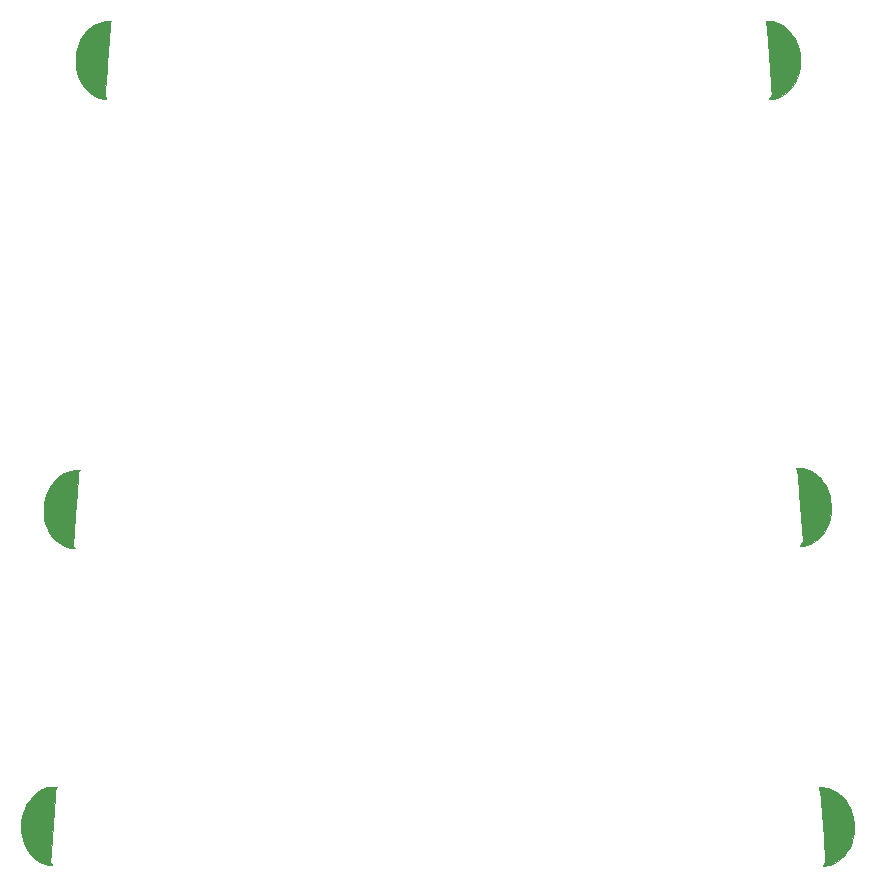
<source format=gbr>
%TF.GenerationSoftware,KiCad,Pcbnew,(5.1.10)-1*%
%TF.CreationDate,2021-12-01T22:35:20+02:00*%
%TF.ProjectId,gaisa-sargs-rear-2,67616973-612d-4736-9172-67732d726561,rev?*%
%TF.SameCoordinates,Original*%
%TF.FileFunction,Soldermask,Bot*%
%TF.FilePolarity,Negative*%
%FSLAX46Y46*%
G04 Gerber Fmt 4.6, Leading zero omitted, Abs format (unit mm)*
G04 Created by KiCad (PCBNEW (5.1.10)-1) date 2021-12-01 22:35:20*
%MOMM*%
%LPD*%
G01*
G04 APERTURE LIST*
%ADD10C,0.010000*%
G04 APERTURE END LIST*
D10*
%TO.C,Ref\u002A\u002A*%
G36*
X177475958Y-120382079D02*
G01*
X177768103Y-120412792D01*
X178044831Y-120477741D01*
X178311077Y-120578836D01*
X178571776Y-120717988D01*
X178831863Y-120897106D01*
X178857083Y-120916553D01*
X179114518Y-121143101D01*
X179348643Y-121402625D01*
X179557065Y-121691296D01*
X179737389Y-122005285D01*
X179887224Y-122340763D01*
X180004176Y-122693901D01*
X180030243Y-122793555D01*
X180072499Y-122978750D01*
X180102778Y-123148375D01*
X180122666Y-123316327D01*
X180133748Y-123496503D01*
X180137611Y-123702802D01*
X180137666Y-123734925D01*
X180119431Y-124132975D01*
X180065453Y-124518628D01*
X179976820Y-124889026D01*
X179854621Y-125241310D01*
X179699947Y-125572623D01*
X179513885Y-125880107D01*
X179297526Y-126160904D01*
X179154579Y-126314426D01*
X178915398Y-126529764D01*
X178668340Y-126704348D01*
X178410782Y-126839431D01*
X178140098Y-126936266D01*
X177853666Y-126996104D01*
X177689727Y-127013607D01*
X177488981Y-127028342D01*
X177595161Y-126888059D01*
X177647839Y-126813131D01*
X177691311Y-126741578D01*
X177717619Y-126686728D01*
X177720191Y-126678679D01*
X177721879Y-126650296D01*
X177720661Y-126587598D01*
X177716492Y-126489900D01*
X177709327Y-126356518D01*
X177699120Y-126186768D01*
X177685826Y-125979966D01*
X177669400Y-125735427D01*
X177649794Y-125452468D01*
X177626965Y-125130404D01*
X177600867Y-124768551D01*
X177571453Y-124366224D01*
X177538679Y-123922740D01*
X177520470Y-123678000D01*
X177489636Y-123264915D01*
X177461708Y-122891958D01*
X177436502Y-122557036D01*
X177413839Y-122258055D01*
X177393535Y-121992923D01*
X177375409Y-121759545D01*
X177359279Y-121555830D01*
X177344964Y-121379683D01*
X177332282Y-121229013D01*
X177321051Y-121101725D01*
X177311090Y-120995727D01*
X177302217Y-120908926D01*
X177294250Y-120839228D01*
X177287007Y-120784541D01*
X177280306Y-120742770D01*
X177273967Y-120711824D01*
X177267807Y-120689610D01*
X177261644Y-120674033D01*
X177259282Y-120669451D01*
X177224425Y-120568020D01*
X177216666Y-120481163D01*
X177216666Y-120369841D01*
X177475958Y-120382079D01*
G37*
X177475958Y-120382079D02*
X177768103Y-120412792D01*
X178044831Y-120477741D01*
X178311077Y-120578836D01*
X178571776Y-120717988D01*
X178831863Y-120897106D01*
X178857083Y-120916553D01*
X179114518Y-121143101D01*
X179348643Y-121402625D01*
X179557065Y-121691296D01*
X179737389Y-122005285D01*
X179887224Y-122340763D01*
X180004176Y-122693901D01*
X180030243Y-122793555D01*
X180072499Y-122978750D01*
X180102778Y-123148375D01*
X180122666Y-123316327D01*
X180133748Y-123496503D01*
X180137611Y-123702802D01*
X180137666Y-123734925D01*
X180119431Y-124132975D01*
X180065453Y-124518628D01*
X179976820Y-124889026D01*
X179854621Y-125241310D01*
X179699947Y-125572623D01*
X179513885Y-125880107D01*
X179297526Y-126160904D01*
X179154579Y-126314426D01*
X178915398Y-126529764D01*
X178668340Y-126704348D01*
X178410782Y-126839431D01*
X178140098Y-126936266D01*
X177853666Y-126996104D01*
X177689727Y-127013607D01*
X177488981Y-127028342D01*
X177595161Y-126888059D01*
X177647839Y-126813131D01*
X177691311Y-126741578D01*
X177717619Y-126686728D01*
X177720191Y-126678679D01*
X177721879Y-126650296D01*
X177720661Y-126587598D01*
X177716492Y-126489900D01*
X177709327Y-126356518D01*
X177699120Y-126186768D01*
X177685826Y-125979966D01*
X177669400Y-125735427D01*
X177649794Y-125452468D01*
X177626965Y-125130404D01*
X177600867Y-124768551D01*
X177571453Y-124366224D01*
X177538679Y-123922740D01*
X177520470Y-123678000D01*
X177489636Y-123264915D01*
X177461708Y-122891958D01*
X177436502Y-122557036D01*
X177413839Y-122258055D01*
X177393535Y-121992923D01*
X177375409Y-121759545D01*
X177359279Y-121555830D01*
X177344964Y-121379683D01*
X177332282Y-121229013D01*
X177321051Y-121101725D01*
X177311090Y-120995727D01*
X177302217Y-120908926D01*
X177294250Y-120839228D01*
X177287007Y-120784541D01*
X177280306Y-120742770D01*
X177273967Y-120711824D01*
X177267807Y-120689610D01*
X177261644Y-120674033D01*
X177259282Y-120669451D01*
X177224425Y-120568020D01*
X177216666Y-120481163D01*
X177216666Y-120369841D01*
X177475958Y-120382079D01*
G36*
X112552533Y-120317808D02*
G01*
X112633665Y-120330612D01*
X112683081Y-120344505D01*
X112619166Y-120424932D01*
X112567190Y-120512529D01*
X112543533Y-120615304D01*
X112539131Y-120663262D01*
X112532017Y-120749366D01*
X112522407Y-120870630D01*
X112510520Y-121024065D01*
X112496573Y-121206687D01*
X112480783Y-121415508D01*
X112463369Y-121647542D01*
X112444549Y-121899803D01*
X112424539Y-122169303D01*
X112403558Y-122453057D01*
X112381822Y-122748078D01*
X112359551Y-123051379D01*
X112336961Y-123359974D01*
X112314271Y-123670876D01*
X112291697Y-123981099D01*
X112269458Y-124287656D01*
X112247771Y-124587561D01*
X112226853Y-124877827D01*
X112206924Y-125155468D01*
X112188199Y-125417498D01*
X112170898Y-125660928D01*
X112155237Y-125882774D01*
X112141434Y-126080049D01*
X112129707Y-126249766D01*
X112120274Y-126388938D01*
X112113352Y-126494579D01*
X112109159Y-126563703D01*
X112107898Y-126592330D01*
X112114917Y-126708992D01*
X112138500Y-126797771D01*
X112182755Y-126871241D01*
X112208556Y-126900625D01*
X112264086Y-126958833D01*
X112159585Y-126956252D01*
X112076360Y-126951407D01*
X111979864Y-126941909D01*
X111929877Y-126935409D01*
X111676753Y-126880774D01*
X111419386Y-126792348D01*
X111170058Y-126675314D01*
X110941048Y-126534856D01*
X110885813Y-126494736D01*
X110630556Y-126276308D01*
X110400344Y-126026091D01*
X110196651Y-125747457D01*
X110020950Y-125443780D01*
X109874715Y-125118435D01*
X109759419Y-124774794D01*
X109676535Y-124416232D01*
X109627537Y-124046121D01*
X109613898Y-123667835D01*
X109615702Y-123586495D01*
X109644503Y-123233992D01*
X109706453Y-122887869D01*
X109799436Y-122551158D01*
X109921335Y-122226894D01*
X110070030Y-121918109D01*
X110243406Y-121627837D01*
X110439343Y-121359110D01*
X110655725Y-121114961D01*
X110890434Y-120898424D01*
X111141353Y-120712532D01*
X111406363Y-120560318D01*
X111683348Y-120444814D01*
X111842152Y-120397489D01*
X111991554Y-120364428D01*
X112146660Y-120339138D01*
X112298102Y-120322411D01*
X112436516Y-120315037D01*
X112552533Y-120317808D01*
G37*
X112552533Y-120317808D02*
X112633665Y-120330612D01*
X112683081Y-120344505D01*
X112619166Y-120424932D01*
X112567190Y-120512529D01*
X112543533Y-120615304D01*
X112539131Y-120663262D01*
X112532017Y-120749366D01*
X112522407Y-120870630D01*
X112510520Y-121024065D01*
X112496573Y-121206687D01*
X112480783Y-121415508D01*
X112463369Y-121647542D01*
X112444549Y-121899803D01*
X112424539Y-122169303D01*
X112403558Y-122453057D01*
X112381822Y-122748078D01*
X112359551Y-123051379D01*
X112336961Y-123359974D01*
X112314271Y-123670876D01*
X112291697Y-123981099D01*
X112269458Y-124287656D01*
X112247771Y-124587561D01*
X112226853Y-124877827D01*
X112206924Y-125155468D01*
X112188199Y-125417498D01*
X112170898Y-125660928D01*
X112155237Y-125882774D01*
X112141434Y-126080049D01*
X112129707Y-126249766D01*
X112120274Y-126388938D01*
X112113352Y-126494579D01*
X112109159Y-126563703D01*
X112107898Y-126592330D01*
X112114917Y-126708992D01*
X112138500Y-126797771D01*
X112182755Y-126871241D01*
X112208556Y-126900625D01*
X112264086Y-126958833D01*
X112159585Y-126956252D01*
X112076360Y-126951407D01*
X111979864Y-126941909D01*
X111929877Y-126935409D01*
X111676753Y-126880774D01*
X111419386Y-126792348D01*
X111170058Y-126675314D01*
X110941048Y-126534856D01*
X110885813Y-126494736D01*
X110630556Y-126276308D01*
X110400344Y-126026091D01*
X110196651Y-125747457D01*
X110020950Y-125443780D01*
X109874715Y-125118435D01*
X109759419Y-124774794D01*
X109676535Y-124416232D01*
X109627537Y-124046121D01*
X109613898Y-123667835D01*
X109615702Y-123586495D01*
X109644503Y-123233992D01*
X109706453Y-122887869D01*
X109799436Y-122551158D01*
X109921335Y-122226894D01*
X110070030Y-121918109D01*
X110243406Y-121627837D01*
X110439343Y-121359110D01*
X110655725Y-121114961D01*
X110890434Y-120898424D01*
X111141353Y-120712532D01*
X111406363Y-120560318D01*
X111683348Y-120444814D01*
X111842152Y-120397489D01*
X111991554Y-120364428D01*
X112146660Y-120339138D01*
X112298102Y-120322411D01*
X112436516Y-120315037D01*
X112552533Y-120317808D01*
G36*
X114485736Y-93534232D02*
G01*
X114609223Y-93536666D01*
X114540187Y-93623831D01*
X114490511Y-93700708D01*
X114467152Y-93781145D01*
X114462966Y-93819623D01*
X114415083Y-94455875D01*
X114370428Y-95050965D01*
X114328928Y-95605934D01*
X114290509Y-96121826D01*
X114255099Y-96599682D01*
X114222625Y-97040544D01*
X114193015Y-97445455D01*
X114166194Y-97815456D01*
X114142090Y-98151590D01*
X114120630Y-98454899D01*
X114101742Y-98726426D01*
X114085353Y-98967211D01*
X114071388Y-99178298D01*
X114059777Y-99360729D01*
X114050444Y-99515546D01*
X114043319Y-99643790D01*
X114038328Y-99746505D01*
X114035397Y-99824732D01*
X114034454Y-99879513D01*
X114035426Y-99911891D01*
X114036246Y-99918344D01*
X114073494Y-100025793D01*
X114123185Y-100092239D01*
X114190637Y-100161833D01*
X114054193Y-100159343D01*
X113962873Y-100155238D01*
X113871708Y-100147292D01*
X113820793Y-100140444D01*
X113524058Y-100069239D01*
X113241023Y-99959715D01*
X112973432Y-99814164D01*
X112723027Y-99634876D01*
X112491550Y-99424141D01*
X112280742Y-99184251D01*
X112092346Y-98917497D01*
X111928104Y-98626168D01*
X111789757Y-98312555D01*
X111679049Y-97978949D01*
X111597720Y-97627641D01*
X111547514Y-97260922D01*
X111538200Y-97139001D01*
X111534630Y-96754123D01*
X111572005Y-96374033D01*
X111650668Y-95997055D01*
X111770964Y-95621512D01*
X111920378Y-95272333D01*
X112097301Y-94943481D01*
X112297747Y-94644736D01*
X112519953Y-94377766D01*
X112762154Y-94144240D01*
X113022587Y-93945826D01*
X113299486Y-93784193D01*
X113591088Y-93661008D01*
X113642583Y-93643821D01*
X113796891Y-93598193D01*
X113938818Y-93565936D01*
X114080839Y-93545430D01*
X114235428Y-93535053D01*
X114415059Y-93533184D01*
X114485736Y-93534232D01*
G37*
X114485736Y-93534232D02*
X114609223Y-93536666D01*
X114540187Y-93623831D01*
X114490511Y-93700708D01*
X114467152Y-93781145D01*
X114462966Y-93819623D01*
X114415083Y-94455875D01*
X114370428Y-95050965D01*
X114328928Y-95605934D01*
X114290509Y-96121826D01*
X114255099Y-96599682D01*
X114222625Y-97040544D01*
X114193015Y-97445455D01*
X114166194Y-97815456D01*
X114142090Y-98151590D01*
X114120630Y-98454899D01*
X114101742Y-98726426D01*
X114085353Y-98967211D01*
X114071388Y-99178298D01*
X114059777Y-99360729D01*
X114050444Y-99515546D01*
X114043319Y-99643790D01*
X114038328Y-99746505D01*
X114035397Y-99824732D01*
X114034454Y-99879513D01*
X114035426Y-99911891D01*
X114036246Y-99918344D01*
X114073494Y-100025793D01*
X114123185Y-100092239D01*
X114190637Y-100161833D01*
X114054193Y-100159343D01*
X113962873Y-100155238D01*
X113871708Y-100147292D01*
X113820793Y-100140444D01*
X113524058Y-100069239D01*
X113241023Y-99959715D01*
X112973432Y-99814164D01*
X112723027Y-99634876D01*
X112491550Y-99424141D01*
X112280742Y-99184251D01*
X112092346Y-98917497D01*
X111928104Y-98626168D01*
X111789757Y-98312555D01*
X111679049Y-97978949D01*
X111597720Y-97627641D01*
X111547514Y-97260922D01*
X111538200Y-97139001D01*
X111534630Y-96754123D01*
X111572005Y-96374033D01*
X111650668Y-95997055D01*
X111770964Y-95621512D01*
X111920378Y-95272333D01*
X112097301Y-94943481D01*
X112297747Y-94644736D01*
X112519953Y-94377766D01*
X112762154Y-94144240D01*
X113022587Y-93945826D01*
X113299486Y-93784193D01*
X113591088Y-93661008D01*
X113642583Y-93643821D01*
X113796891Y-93598193D01*
X113938818Y-93565936D01*
X114080839Y-93545430D01*
X114235428Y-93535053D01*
X114415059Y-93533184D01*
X114485736Y-93534232D01*
G36*
X175790400Y-93367087D02*
G01*
X176085656Y-93429204D01*
X176372900Y-93531550D01*
X176650018Y-93673157D01*
X176914896Y-93853058D01*
X177165419Y-94070286D01*
X177243729Y-94149108D01*
X177477488Y-94422959D01*
X177679200Y-94721193D01*
X177848616Y-95040242D01*
X177985483Y-95376540D01*
X178089550Y-95726520D01*
X178160567Y-96086615D01*
X178198283Y-96453257D01*
X178202445Y-96822881D01*
X178172805Y-97191919D01*
X178109109Y-97556804D01*
X178011108Y-97913970D01*
X177878550Y-98259849D01*
X177711184Y-98590874D01*
X177572016Y-98813562D01*
X177478913Y-98938452D01*
X177363711Y-99074258D01*
X177235148Y-99212087D01*
X177101956Y-99343048D01*
X176972873Y-99458247D01*
X176856631Y-99548793D01*
X176835666Y-99563179D01*
X176617972Y-99694431D01*
X176393835Y-99803396D01*
X176170686Y-99887400D01*
X175955955Y-99943768D01*
X175757072Y-99969826D01*
X175701631Y-99971333D01*
X175586363Y-99971333D01*
X175803445Y-99555351D01*
X175580596Y-96583050D01*
X175549415Y-96167571D01*
X175521162Y-95792218D01*
X175495656Y-95454901D01*
X175472713Y-95153528D01*
X175452150Y-94886007D01*
X175433786Y-94650247D01*
X175417437Y-94444156D01*
X175402921Y-94265642D01*
X175390054Y-94112614D01*
X175378654Y-93982981D01*
X175368538Y-93874650D01*
X175359523Y-93785530D01*
X175351427Y-93713530D01*
X175344066Y-93656558D01*
X175337259Y-93612521D01*
X175330822Y-93579329D01*
X175324573Y-93554890D01*
X175318328Y-93537113D01*
X175313540Y-93526899D01*
X175285940Y-93463878D01*
X175270510Y-93407932D01*
X175269333Y-93394607D01*
X175271086Y-93372955D01*
X175281396Y-93358958D01*
X175307840Y-93350949D01*
X175357994Y-93347258D01*
X175439435Y-93346216D01*
X175489245Y-93346166D01*
X175790400Y-93367087D01*
G37*
X175790400Y-93367087D02*
X176085656Y-93429204D01*
X176372900Y-93531550D01*
X176650018Y-93673157D01*
X176914896Y-93853058D01*
X177165419Y-94070286D01*
X177243729Y-94149108D01*
X177477488Y-94422959D01*
X177679200Y-94721193D01*
X177848616Y-95040242D01*
X177985483Y-95376540D01*
X178089550Y-95726520D01*
X178160567Y-96086615D01*
X178198283Y-96453257D01*
X178202445Y-96822881D01*
X178172805Y-97191919D01*
X178109109Y-97556804D01*
X178011108Y-97913970D01*
X177878550Y-98259849D01*
X177711184Y-98590874D01*
X177572016Y-98813562D01*
X177478913Y-98938452D01*
X177363711Y-99074258D01*
X177235148Y-99212087D01*
X177101956Y-99343048D01*
X176972873Y-99458247D01*
X176856631Y-99548793D01*
X176835666Y-99563179D01*
X176617972Y-99694431D01*
X176393835Y-99803396D01*
X176170686Y-99887400D01*
X175955955Y-99943768D01*
X175757072Y-99969826D01*
X175701631Y-99971333D01*
X175586363Y-99971333D01*
X175803445Y-99555351D01*
X175580596Y-96583050D01*
X175549415Y-96167571D01*
X175521162Y-95792218D01*
X175495656Y-95454901D01*
X175472713Y-95153528D01*
X175452150Y-94886007D01*
X175433786Y-94650247D01*
X175417437Y-94444156D01*
X175402921Y-94265642D01*
X175390054Y-94112614D01*
X175378654Y-93982981D01*
X175368538Y-93874650D01*
X175359523Y-93785530D01*
X175351427Y-93713530D01*
X175344066Y-93656558D01*
X175337259Y-93612521D01*
X175330822Y-93579329D01*
X175324573Y-93554890D01*
X175318328Y-93537113D01*
X175313540Y-93526899D01*
X175285940Y-93463878D01*
X175270510Y-93407932D01*
X175269333Y-93394607D01*
X175271086Y-93372955D01*
X175281396Y-93358958D01*
X175307840Y-93350949D01*
X175357994Y-93347258D01*
X175439435Y-93346216D01*
X175489245Y-93346166D01*
X175790400Y-93367087D01*
G36*
X117189463Y-55505439D02*
G01*
X117207919Y-55528403D01*
X117209166Y-55542787D01*
X117199413Y-55598246D01*
X117189792Y-55622162D01*
X117186002Y-55647224D01*
X117179342Y-55712120D01*
X117170002Y-55814457D01*
X117158170Y-55951847D01*
X117144036Y-56121898D01*
X117127788Y-56322221D01*
X117109616Y-56550425D01*
X117089708Y-56804120D01*
X117068254Y-57080917D01*
X117045442Y-57378424D01*
X117021461Y-57694251D01*
X116996500Y-58026009D01*
X116970749Y-58371306D01*
X116945930Y-58706916D01*
X116915053Y-59126393D01*
X116887186Y-59505763D01*
X116862200Y-59847133D01*
X116839967Y-60152614D01*
X116820360Y-60424314D01*
X116803250Y-60664342D01*
X116788510Y-60874807D01*
X116776011Y-61057819D01*
X116765627Y-61215487D01*
X116757228Y-61349919D01*
X116750688Y-61463224D01*
X116745877Y-61557513D01*
X116742669Y-61634892D01*
X116740935Y-61697473D01*
X116740548Y-61747363D01*
X116741379Y-61786673D01*
X116743301Y-61817510D01*
X116746186Y-61841984D01*
X116749905Y-61862204D01*
X116753647Y-61877694D01*
X116777355Y-61957336D01*
X116803733Y-62030305D01*
X116819153Y-62064870D01*
X116839654Y-62109403D01*
X116846153Y-62133953D01*
X116845602Y-62134964D01*
X116823224Y-62134012D01*
X116768276Y-62126919D01*
X116689868Y-62114954D01*
X116625933Y-62104365D01*
X116306667Y-62029030D01*
X116003664Y-61915612D01*
X115718547Y-61765749D01*
X115452940Y-61581079D01*
X115208464Y-61363241D01*
X114986744Y-61113873D01*
X114789404Y-60834613D01*
X114618065Y-60527099D01*
X114474351Y-60192970D01*
X114359887Y-59833864D01*
X114353924Y-59811327D01*
X114288228Y-59494083D01*
X114250366Y-59158427D01*
X114240796Y-58817126D01*
X114259974Y-58482947D01*
X114297163Y-58224819D01*
X114385605Y-57846783D01*
X114503901Y-57488419D01*
X114650343Y-57152021D01*
X114823224Y-56839883D01*
X115020834Y-56554298D01*
X115241467Y-56297560D01*
X115483415Y-56071962D01*
X115744968Y-55879799D01*
X116024420Y-55723365D01*
X116222798Y-55638941D01*
X116448525Y-55570464D01*
X116697044Y-55523065D01*
X116953189Y-55499074D01*
X117140375Y-55497818D01*
X117189463Y-55505439D01*
G37*
X117189463Y-55505439D02*
X117207919Y-55528403D01*
X117209166Y-55542787D01*
X117199413Y-55598246D01*
X117189792Y-55622162D01*
X117186002Y-55647224D01*
X117179342Y-55712120D01*
X117170002Y-55814457D01*
X117158170Y-55951847D01*
X117144036Y-56121898D01*
X117127788Y-56322221D01*
X117109616Y-56550425D01*
X117089708Y-56804120D01*
X117068254Y-57080917D01*
X117045442Y-57378424D01*
X117021461Y-57694251D01*
X116996500Y-58026009D01*
X116970749Y-58371306D01*
X116945930Y-58706916D01*
X116915053Y-59126393D01*
X116887186Y-59505763D01*
X116862200Y-59847133D01*
X116839967Y-60152614D01*
X116820360Y-60424314D01*
X116803250Y-60664342D01*
X116788510Y-60874807D01*
X116776011Y-61057819D01*
X116765627Y-61215487D01*
X116757228Y-61349919D01*
X116750688Y-61463224D01*
X116745877Y-61557513D01*
X116742669Y-61634892D01*
X116740935Y-61697473D01*
X116740548Y-61747363D01*
X116741379Y-61786673D01*
X116743301Y-61817510D01*
X116746186Y-61841984D01*
X116749905Y-61862204D01*
X116753647Y-61877694D01*
X116777355Y-61957336D01*
X116803733Y-62030305D01*
X116819153Y-62064870D01*
X116839654Y-62109403D01*
X116846153Y-62133953D01*
X116845602Y-62134964D01*
X116823224Y-62134012D01*
X116768276Y-62126919D01*
X116689868Y-62114954D01*
X116625933Y-62104365D01*
X116306667Y-62029030D01*
X116003664Y-61915612D01*
X115718547Y-61765749D01*
X115452940Y-61581079D01*
X115208464Y-61363241D01*
X114986744Y-61113873D01*
X114789404Y-60834613D01*
X114618065Y-60527099D01*
X114474351Y-60192970D01*
X114359887Y-59833864D01*
X114353924Y-59811327D01*
X114288228Y-59494083D01*
X114250366Y-59158427D01*
X114240796Y-58817126D01*
X114259974Y-58482947D01*
X114297163Y-58224819D01*
X114385605Y-57846783D01*
X114503901Y-57488419D01*
X114650343Y-57152021D01*
X114823224Y-56839883D01*
X115020834Y-56554298D01*
X115241467Y-56297560D01*
X115483415Y-56071962D01*
X115744968Y-55879799D01*
X116024420Y-55723365D01*
X116222798Y-55638941D01*
X116448525Y-55570464D01*
X116697044Y-55523065D01*
X116953189Y-55499074D01*
X117140375Y-55497818D01*
X117189463Y-55505439D01*
G36*
X173018885Y-55503700D02*
G01*
X173255803Y-55530324D01*
X173477856Y-55580248D01*
X173671250Y-55645398D01*
X173964087Y-55781236D01*
X174238675Y-55953325D01*
X174493195Y-56158898D01*
X174725824Y-56395189D01*
X174934741Y-56659432D01*
X175118124Y-56948862D01*
X175274153Y-57260712D01*
X175401007Y-57592216D01*
X175496862Y-57940608D01*
X175559900Y-58303123D01*
X175582605Y-58548166D01*
X175590130Y-58965420D01*
X175560464Y-59364058D01*
X175493153Y-59746502D01*
X175387742Y-60115168D01*
X175243780Y-60472477D01*
X175207568Y-60548416D01*
X175056728Y-60824582D01*
X174886274Y-61073568D01*
X174686732Y-61308642D01*
X174602583Y-61395805D01*
X174376112Y-61599668D01*
X174134287Y-61773631D01*
X173881947Y-61915275D01*
X173623933Y-62022177D01*
X173365089Y-62091916D01*
X173155246Y-62119697D01*
X172977909Y-62131638D01*
X173064318Y-61964444D01*
X173106328Y-61881325D01*
X173142813Y-61805845D01*
X173167666Y-61750751D01*
X173172341Y-61739037D01*
X173174710Y-61718775D01*
X173174982Y-61675275D01*
X173173062Y-61607101D01*
X173168855Y-61512820D01*
X173162266Y-61390996D01*
X173153201Y-61240195D01*
X173141563Y-61058982D01*
X173127260Y-60845922D01*
X173110195Y-60599581D01*
X173090274Y-60318524D01*
X173067403Y-60001316D01*
X173041485Y-59646523D01*
X173012428Y-59252710D01*
X172980134Y-58818443D01*
X172972694Y-58718775D01*
X172941678Y-58303986D01*
X172913579Y-57929335D01*
X172888216Y-57592738D01*
X172865408Y-57292114D01*
X172844973Y-57025379D01*
X172826729Y-56790452D01*
X172810497Y-56585249D01*
X172796093Y-56407688D01*
X172783338Y-56255687D01*
X172772049Y-56127163D01*
X172762046Y-56020034D01*
X172753147Y-55932217D01*
X172745171Y-55861629D01*
X172737936Y-55806188D01*
X172731261Y-55763812D01*
X172724965Y-55732418D01*
X172718867Y-55709923D01*
X172712785Y-55694245D01*
X172708712Y-55686654D01*
X172680001Y-55624423D01*
X172666140Y-55564650D01*
X172665912Y-55558375D01*
X172669541Y-55521703D01*
X172688375Y-55504543D01*
X172734136Y-55499094D01*
X172755791Y-55498560D01*
X173018885Y-55503700D01*
G37*
X173018885Y-55503700D02*
X173255803Y-55530324D01*
X173477856Y-55580248D01*
X173671250Y-55645398D01*
X173964087Y-55781236D01*
X174238675Y-55953325D01*
X174493195Y-56158898D01*
X174725824Y-56395189D01*
X174934741Y-56659432D01*
X175118124Y-56948862D01*
X175274153Y-57260712D01*
X175401007Y-57592216D01*
X175496862Y-57940608D01*
X175559900Y-58303123D01*
X175582605Y-58548166D01*
X175590130Y-58965420D01*
X175560464Y-59364058D01*
X175493153Y-59746502D01*
X175387742Y-60115168D01*
X175243780Y-60472477D01*
X175207568Y-60548416D01*
X175056728Y-60824582D01*
X174886274Y-61073568D01*
X174686732Y-61308642D01*
X174602583Y-61395805D01*
X174376112Y-61599668D01*
X174134287Y-61773631D01*
X173881947Y-61915275D01*
X173623933Y-62022177D01*
X173365089Y-62091916D01*
X173155246Y-62119697D01*
X172977909Y-62131638D01*
X173064318Y-61964444D01*
X173106328Y-61881325D01*
X173142813Y-61805845D01*
X173167666Y-61750751D01*
X173172341Y-61739037D01*
X173174710Y-61718775D01*
X173174982Y-61675275D01*
X173173062Y-61607101D01*
X173168855Y-61512820D01*
X173162266Y-61390996D01*
X173153201Y-61240195D01*
X173141563Y-61058982D01*
X173127260Y-60845922D01*
X173110195Y-60599581D01*
X173090274Y-60318524D01*
X173067403Y-60001316D01*
X173041485Y-59646523D01*
X173012428Y-59252710D01*
X172980134Y-58818443D01*
X172972694Y-58718775D01*
X172941678Y-58303986D01*
X172913579Y-57929335D01*
X172888216Y-57592738D01*
X172865408Y-57292114D01*
X172844973Y-57025379D01*
X172826729Y-56790452D01*
X172810497Y-56585249D01*
X172796093Y-56407688D01*
X172783338Y-56255687D01*
X172772049Y-56127163D01*
X172762046Y-56020034D01*
X172753147Y-55932217D01*
X172745171Y-55861629D01*
X172737936Y-55806188D01*
X172731261Y-55763812D01*
X172724965Y-55732418D01*
X172718867Y-55709923D01*
X172712785Y-55694245D01*
X172708712Y-55686654D01*
X172680001Y-55624423D01*
X172666140Y-55564650D01*
X172665912Y-55558375D01*
X172669541Y-55521703D01*
X172688375Y-55504543D01*
X172734136Y-55499094D01*
X172755791Y-55498560D01*
X173018885Y-55503700D01*
%TD*%
M02*

</source>
